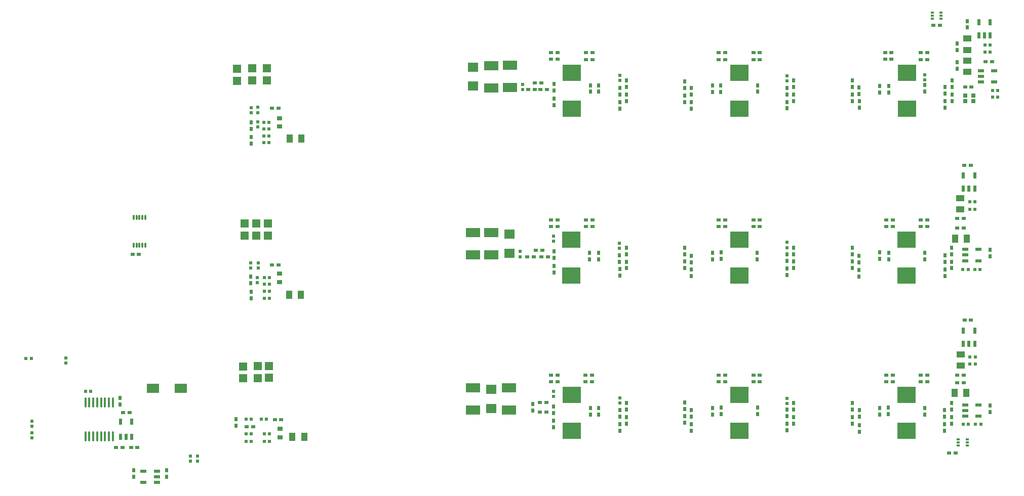
<source format=gbr>
%TF.GenerationSoftware,KiCad,Pcbnew,9.0.5*%
%TF.CreationDate,2025-10-28T20:55:24+05:00*%
%TF.ProjectId,LV08,4c563038-2e6b-4696-9361-645f70636258,rev?*%
%TF.SameCoordinates,Original*%
%TF.FileFunction,Paste,Bot*%
%TF.FilePolarity,Positive*%
%FSLAX46Y46*%
G04 Gerber Fmt 4.6, Leading zero omitted, Abs format (unit mm)*
G04 Created by KiCad (PCBNEW 9.0.5) date 2025-10-28 20:55:24*
%MOMM*%
%LPD*%
G01*
G04 APERTURE LIST*
%ADD10R,0.540005X0.790094*%
%ADD11R,0.790094X0.540005*%
%ADD12R,3.009906X2.799086*%
%ADD13R,0.540005X0.565659*%
%ADD14R,0.900000X0.800000*%
%ADD15R,2.046380X1.620015*%
%ADD16R,1.350013X1.410008*%
%ADD17R,0.565659X0.540005*%
%ADD18R,2.375997X1.506248*%
%ADD19R,0.600000X1.000000*%
%ADD20R,0.532004X1.045009*%
%ADD21R,1.727991X1.485014*%
%ADD22R,1.132537X1.377013*%
%ADD23R,0.600000X0.300000*%
%ADD24R,0.750013X0.700000*%
%ADD25R,1.045009X0.532004*%
%ADD26R,1.377013X1.132537*%
%ADD27O,0.300000X1.000000*%
%ADD28R,1.000000X0.600000*%
%ADD29O,0.343002X1.731496*%
G04 APERTURE END LIST*
D10*
%TO.C,C209*%
X216450000Y-98354915D03*
X216450000Y-99445085D03*
%TD*%
%TO.C,C140*%
X173000000Y-74590170D03*
X173000000Y-73500000D03*
%TD*%
D11*
%TO.C,C84*%
X80650000Y-72300000D03*
X81740170Y-72300000D03*
%TD*%
%TO.C,C120*%
X184459830Y-38500000D03*
X185550000Y-38500000D03*
%TD*%
D12*
%TO.C,C181*%
X182100000Y-47850000D03*
X182100000Y-41850000D03*
%TD*%
D10*
%TO.C,C109*%
X163198424Y-45504915D03*
X163198424Y-46595085D03*
%TD*%
D12*
%TO.C,C255*%
X182100000Y-101850000D03*
X182100000Y-95850000D03*
%TD*%
D13*
%TO.C,R77*%
X162100000Y-43182817D03*
X162100000Y-42317183D03*
%TD*%
D10*
%TO.C,C173*%
X185200000Y-43954915D03*
X185200000Y-45045085D03*
%TD*%
D14*
%TO.C,C16*%
X105275000Y-50875025D03*
X105275000Y-49474975D03*
%TD*%
D11*
%TO.C,C259*%
X219645085Y-93750000D03*
X218554915Y-93750000D03*
%TD*%
D10*
%TO.C,C228*%
X151050000Y-101190170D03*
X151050000Y-100100000D03*
%TD*%
D15*
%TO.C,D1*%
X84096088Y-94690602D03*
X88703912Y-94709398D03*
%TD*%
D11*
%TO.C,C237*%
X179740170Y-92500000D03*
X178650000Y-92500000D03*
%TD*%
D10*
%TO.C,C220*%
X174091600Y-101814885D03*
X174091600Y-100724715D03*
%TD*%
%TO.C,C212*%
X202184000Y-102018085D03*
X202184000Y-100927915D03*
%TD*%
%TO.C,C170*%
X157200000Y-45050000D03*
X157200000Y-43959830D03*
%TD*%
%TO.C,C253*%
X177600000Y-98000000D03*
X177600000Y-99090170D03*
%TD*%
%TO.C,C201*%
X151150000Y-71750000D03*
X151150000Y-72840170D03*
%TD*%
%TO.C,C132*%
X201000000Y-74590170D03*
X201000000Y-73500000D03*
%TD*%
D11*
%TO.C,C75*%
X81490170Y-104625000D03*
X80400000Y-104625000D03*
%TD*%
%TO.C,C192*%
X220845085Y-57350000D03*
X219754915Y-57350000D03*
%TD*%
D16*
%TO.C,C25*%
X101325000Y-67100000D03*
X101325000Y-69100000D03*
%TD*%
D10*
%TO.C,C49*%
X80900000Y-109545085D03*
X80900000Y-108454915D03*
%TD*%
%TO.C,C127*%
X217600000Y-71154915D03*
X217600000Y-72245085D03*
%TD*%
D11*
%TO.C,C152*%
X212459830Y-66550000D03*
X213550000Y-66550000D03*
%TD*%
D10*
%TO.C,C97*%
X202100000Y-45395085D03*
X202100000Y-44304915D03*
%TD*%
D16*
%TO.C,C52*%
X103479600Y-90973400D03*
X103479600Y-92973400D03*
%TD*%
D10*
%TO.C,C144*%
X162075000Y-72429915D03*
X162075000Y-73520085D03*
%TD*%
%TO.C,C174*%
X151100000Y-43750000D03*
X151100000Y-44840170D03*
%TD*%
D17*
%TO.C,R6*%
X102634366Y-50150000D03*
X103500000Y-50150000D03*
%TD*%
D10*
%TO.C,C91*%
X217650000Y-43150000D03*
X217650000Y-44240170D03*
%TD*%
D11*
%TO.C,C115*%
X207555085Y-39624000D03*
X206464915Y-39624000D03*
%TD*%
D10*
%TO.C,C33*%
X100500000Y-78550000D03*
X100500000Y-79640170D03*
%TD*%
D11*
%TO.C,C55*%
X105540170Y-100000000D03*
X104450000Y-100000000D03*
%TD*%
D18*
%TO.C,C44*%
X140600000Y-72360554D03*
X140600000Y-68639446D03*
%TD*%
D10*
%TO.C,C94*%
X216500000Y-46654915D03*
X216500000Y-47745085D03*
%TD*%
%TO.C,C82*%
X78600000Y-96350000D03*
X78600000Y-97440170D03*
%TD*%
%TO.C,C247*%
X151050000Y-98845085D03*
X151050000Y-97754915D03*
%TD*%
D11*
%TO.C,C112*%
X149940170Y-44700000D03*
X148850000Y-44700000D03*
%TD*%
D10*
%TO.C,C219*%
X190100000Y-100650000D03*
X190100000Y-101740170D03*
%TD*%
D19*
%TO.C,U18*%
X224049924Y-35600152D03*
X223100216Y-35600152D03*
X222150254Y-35600152D03*
X222150000Y-33400000D03*
X224050178Y-33400000D03*
%TD*%
D11*
%TO.C,C153*%
X207740170Y-66500000D03*
X206650000Y-66500000D03*
%TD*%
D17*
%TO.C,R96*%
X224450000Y-44800000D03*
X225315634Y-44800000D03*
%TD*%
D13*
%TO.C,R5*%
X101596300Y-50922517D03*
X101596300Y-50056883D03*
%TD*%
D10*
%TO.C,C213*%
X201000000Y-100595085D03*
X201000000Y-99504915D03*
%TD*%
D11*
%TO.C,C125*%
X151740170Y-38500000D03*
X150650000Y-38500000D03*
%TD*%
D10*
%TO.C,C107*%
X163200000Y-43159830D03*
X163200000Y-44250000D03*
%TD*%
%TO.C,C147*%
X151100000Y-75290170D03*
X151100000Y-74200000D03*
%TD*%
D11*
%TO.C,C113*%
X149040170Y-43600000D03*
X147950000Y-43600000D03*
%TD*%
D10*
%TO.C,C199*%
X207100000Y-72000000D03*
X207100000Y-73090170D03*
%TD*%
D11*
%TO.C,C160*%
X156454915Y-66500000D03*
X157545085Y-66500000D03*
%TD*%
D10*
%TO.C,C196*%
X213100000Y-73090170D03*
X213100000Y-72000000D03*
%TD*%
D17*
%TO.C,R121*%
X221550000Y-90650000D03*
X220684366Y-90650000D03*
%TD*%
D11*
%TO.C,C231*%
X148804915Y-97100000D03*
X149895085Y-97100000D03*
%TD*%
D10*
%TO.C,C177*%
X177600000Y-44000000D03*
X177600000Y-45090170D03*
%TD*%
D13*
%TO.C,R57*%
X63800000Y-102167183D03*
X63800000Y-103032817D03*
%TD*%
D17*
%TO.C,R139*%
X99667183Y-103600000D03*
X100532817Y-103600000D03*
%TD*%
D20*
%TO.C,U6*%
X80549962Y-102800013D03*
X79600000Y-102800013D03*
X78650038Y-102800013D03*
X78650038Y-100300013D03*
X80549962Y-100300013D03*
%TD*%
D10*
%TO.C,C223*%
X172950000Y-98145085D03*
X172950000Y-97054915D03*
%TD*%
%TO.C,C202*%
X177600000Y-72000000D03*
X177600000Y-73090170D03*
%TD*%
%TO.C,C203*%
X205600000Y-71950000D03*
X205600000Y-73040170D03*
%TD*%
D11*
%TO.C,C242*%
X151740170Y-92500000D03*
X150650000Y-92500000D03*
%TD*%
D10*
%TO.C,C197*%
X185100000Y-73090170D03*
X185100000Y-72000000D03*
%TD*%
D18*
%TO.C,C70*%
X143600000Y-98360554D03*
X143600000Y-94639446D03*
%TD*%
D17*
%TO.C,R95*%
X223167183Y-37200000D03*
X224032817Y-37200000D03*
%TD*%
D10*
%TO.C,C142*%
X173000000Y-72250000D03*
X173000000Y-71159830D03*
%TD*%
D11*
%TO.C,C151*%
X212459830Y-67600000D03*
X213550000Y-67600000D03*
%TD*%
D10*
%TO.C,C178*%
X158600000Y-43959830D03*
X158600000Y-45050000D03*
%TD*%
D21*
%TO.C,C42*%
X143700000Y-68907417D03*
X143700000Y-72092583D03*
%TD*%
D18*
%TO.C,C43*%
X137600000Y-72360554D03*
X137600000Y-68639446D03*
%TD*%
D11*
%TO.C,C229*%
X149895085Y-98700000D03*
X148804915Y-98700000D03*
%TD*%
%TO.C,C122*%
X179740170Y-39650000D03*
X178650000Y-39650000D03*
%TD*%
D12*
%TO.C,C257*%
X210100000Y-101850000D03*
X210100000Y-95850000D03*
%TD*%
D11*
%TO.C,C156*%
X184450000Y-66500000D03*
X185540170Y-66500000D03*
%TD*%
D22*
%TO.C,R99*%
X107400000Y-102800000D03*
X109400000Y-102800000D03*
%TD*%
D11*
%TO.C,C157*%
X179745085Y-66500000D03*
X178654915Y-66500000D03*
%TD*%
D10*
%TO.C,C230*%
X147550000Y-98445085D03*
X147550000Y-97354915D03*
%TD*%
%TO.C,C143*%
X163200000Y-71159830D03*
X163200000Y-72250000D03*
%TD*%
D17*
%TO.C,R130*%
X102684366Y-77300000D03*
X103550000Y-77300000D03*
%TD*%
D10*
%TO.C,C111*%
X151100000Y-47290170D03*
X151100000Y-46200000D03*
%TD*%
%TO.C,C99*%
X191199606Y-43159830D03*
X191199606Y-44250000D03*
%TD*%
%TO.C,C171*%
X207100000Y-45190170D03*
X207100000Y-44100000D03*
%TD*%
D16*
%TO.C,C5*%
X98150000Y-41225000D03*
X98150000Y-43225000D03*
%TD*%
D10*
%TO.C,C258*%
X224000000Y-98650000D03*
X224000000Y-97559830D03*
%TD*%
%TO.C,C227*%
X162100000Y-100750000D03*
X162100000Y-101840170D03*
%TD*%
D17*
%TO.C,R37*%
X102167183Y-99900000D03*
X103032817Y-99900000D03*
%TD*%
D10*
%TO.C,C128*%
X216500000Y-72454915D03*
X216500000Y-73545085D03*
%TD*%
D14*
%TO.C,C72*%
X105325000Y-102900025D03*
X105325000Y-101499975D03*
%TD*%
D13*
%TO.C,R76*%
X190100000Y-43215634D03*
X190100000Y-42350000D03*
%TD*%
D17*
%TO.C,R131*%
X102684366Y-78450000D03*
X103550000Y-78450000D03*
%TD*%
D12*
%TO.C,C182*%
X154100000Y-47850000D03*
X154100000Y-41850000D03*
%TD*%
D17*
%TO.C,R124*%
X222482817Y-100750000D03*
X221617183Y-100750000D03*
%TD*%
D23*
%TO.C,U10*%
X220199974Y-103300000D03*
X220199974Y-103799873D03*
X220199974Y-104300000D03*
X218700000Y-104300000D03*
X218700000Y-103799873D03*
X218700000Y-103300000D03*
%TD*%
D10*
%TO.C,C146*%
X162100000Y-74754915D03*
X162100000Y-75845085D03*
%TD*%
%TO.C,C100*%
X190050000Y-44400000D03*
X190050000Y-45490170D03*
%TD*%
D22*
%TO.C,L8*%
X220116218Y-69650000D03*
X218183782Y-69650000D03*
%TD*%
D10*
%TO.C,C92*%
X216500000Y-44254915D03*
X216500000Y-45345085D03*
%TD*%
%TO.C,C141*%
X174100000Y-73595085D03*
X174100000Y-72504915D03*
%TD*%
%TO.C,C200*%
X179100000Y-71954915D03*
X179100000Y-73045085D03*
%TD*%
D11*
%TO.C,C126*%
X151740170Y-39600000D03*
X150650000Y-39600000D03*
%TD*%
D13*
%TO.C,R92*%
X162075000Y-71282817D03*
X162075000Y-70417183D03*
%TD*%
D17*
%TO.C,R129*%
X102684366Y-76150000D03*
X103550000Y-76150000D03*
%TD*%
D11*
%TO.C,C148*%
X150112394Y-72721952D03*
X149022224Y-72721952D03*
%TD*%
D10*
%TO.C,C102*%
X190050000Y-47840170D03*
X190050000Y-46750000D03*
%TD*%
D24*
%TO.C,Y2*%
X221250000Y-46650000D03*
X219899988Y-46650000D03*
X219899988Y-45650000D03*
X221250000Y-45650000D03*
%TD*%
D10*
%TO.C,C17*%
X100500000Y-51260000D03*
X100500000Y-50169830D03*
%TD*%
D12*
%TO.C,C207*%
X210100000Y-75800000D03*
X210100000Y-69800000D03*
%TD*%
D22*
%TO.C,L10*%
X220016218Y-95450000D03*
X218083782Y-95450000D03*
%TD*%
D11*
%TO.C,C240*%
X156414745Y-93650000D03*
X157504915Y-93650000D03*
%TD*%
D17*
%TO.C,R94*%
X224032817Y-38400000D03*
X223167183Y-38400000D03*
%TD*%
D10*
%TO.C,C226*%
X163200000Y-99509830D03*
X163200000Y-100600000D03*
%TD*%
D17*
%TO.C,R132*%
X102684366Y-79600000D03*
X103550000Y-79600000D03*
%TD*%
D10*
%TO.C,C103*%
X174100000Y-47895085D03*
X174100000Y-46804915D03*
%TD*%
D17*
%TO.C,R102*%
X220617183Y-63500000D03*
X221482817Y-63500000D03*
%TD*%
D13*
%TO.C,R11*%
X91500000Y-106050000D03*
X91500000Y-106915634D03*
%TD*%
%TO.C,R91*%
X190100000Y-71132817D03*
X190100000Y-70267183D03*
%TD*%
D11*
%TO.C,C232*%
X212454915Y-93650000D03*
X213545085Y-93650000D03*
%TD*%
D16*
%TO.C,C54*%
X99175000Y-91050000D03*
X99175000Y-93050000D03*
%TD*%
D11*
%TO.C,C83*%
X79017370Y-104597200D03*
X77927200Y-104597200D03*
%TD*%
D10*
%TO.C,C251*%
X207000000Y-97954915D03*
X207000000Y-99045085D03*
%TD*%
D21*
%TO.C,C13*%
X137589987Y-40932184D03*
X137589987Y-44117350D03*
%TD*%
D10*
%TO.C,C93*%
X217650000Y-45509830D03*
X217650000Y-46600000D03*
%TD*%
%TO.C,C139*%
X174100000Y-75920085D03*
X174100000Y-74829915D03*
%TD*%
D13*
%TO.C,R100*%
X145500000Y-72665634D03*
X145500000Y-71800000D03*
%TD*%
D17*
%TO.C,R122*%
X220684366Y-89500000D03*
X221550000Y-89500000D03*
%TD*%
D10*
%TO.C,C130*%
X216500000Y-74804915D03*
X216500000Y-75895085D03*
%TD*%
D11*
%TO.C,C161*%
X151740170Y-66500000D03*
X150650000Y-66500000D03*
%TD*%
D17*
%TO.C,R104*%
X222365634Y-74850000D03*
X221500000Y-74850000D03*
%TD*%
D13*
%TO.C,R2*%
X101637341Y-48538319D03*
X101637341Y-47672685D03*
%TD*%
D14*
%TO.C,C45*%
X105283000Y-76900025D03*
X105283000Y-75499975D03*
%TD*%
D10*
%TO.C,C222*%
X174091600Y-99478085D03*
X174091600Y-98387915D03*
%TD*%
D25*
%TO.C,U3*%
X84747574Y-108600038D03*
X84747574Y-109550000D03*
X84747574Y-110499962D03*
X82452426Y-110499962D03*
X82452426Y-108600038D03*
%TD*%
D26*
%TO.C,L7*%
X219050000Y-62833782D03*
X219050000Y-64766218D03*
%TD*%
D16*
%TO.C,C26*%
X99375000Y-67100000D03*
X99375000Y-69100000D03*
%TD*%
D11*
%TO.C,C238*%
X184450000Y-92500000D03*
X185540170Y-92500000D03*
%TD*%
D10*
%TO.C,C108*%
X162150000Y-44429915D03*
X162150000Y-45520085D03*
%TD*%
D11*
%TO.C,C244*%
X220850000Y-83300000D03*
X219759830Y-83300000D03*
%TD*%
D17*
%TO.C,R9*%
X102634366Y-52450000D03*
X103500000Y-52450000D03*
%TD*%
D11*
%TO.C,C116*%
X207555085Y-38481000D03*
X206464915Y-38481000D03*
%TD*%
D16*
%TO.C,C24*%
X103300000Y-67100000D03*
X103300000Y-69100000D03*
%TD*%
D13*
%TO.C,R20*%
X100457000Y-74600817D03*
X100457000Y-73735183D03*
%TD*%
D11*
%TO.C,C6*%
X105045085Y-47800000D03*
X103954915Y-47800000D03*
%TD*%
D16*
%TO.C,C3*%
X103150000Y-41125000D03*
X103150000Y-43125000D03*
%TD*%
D10*
%TO.C,C204*%
X158600000Y-72000000D03*
X158600000Y-73090170D03*
%TD*%
D17*
%TO.C,R101*%
X221482817Y-64750000D03*
X220617183Y-64750000D03*
%TD*%
D10*
%TO.C,C137*%
X191201576Y-73489814D03*
X191201576Y-74579984D03*
%TD*%
%TO.C,C96*%
X200998030Y-46620016D03*
X200998030Y-45529846D03*
%TD*%
%TO.C,C254*%
X205600000Y-98004915D03*
X205600000Y-99095085D03*
%TD*%
%TO.C,C224*%
X163200000Y-97159830D03*
X163200000Y-98250000D03*
%TD*%
D11*
%TO.C,C195*%
X219640170Y-67850000D03*
X218550000Y-67850000D03*
%TD*%
D13*
%TO.C,R12*%
X90350000Y-106050000D03*
X90350000Y-106915634D03*
%TD*%
D10*
%TO.C,C165*%
X218500000Y-36954915D03*
X218500000Y-38045085D03*
%TD*%
D11*
%TO.C,C117*%
X212459830Y-38500000D03*
X213550000Y-38500000D03*
%TD*%
D10*
%TO.C,C48*%
X86400000Y-109545085D03*
X86400000Y-108454915D03*
%TD*%
D11*
%TO.C,C166*%
X223254915Y-40050000D03*
X224345085Y-40050000D03*
%TD*%
D27*
%TO.C,U9*%
X82826170Y-70727776D03*
X82326043Y-70727776D03*
X81826170Y-70727776D03*
X81326043Y-70727776D03*
X80826170Y-70727776D03*
X80826170Y-66127826D03*
X81326043Y-66127826D03*
X81826170Y-66127826D03*
X82326043Y-66127826D03*
X82826170Y-66127826D03*
%TD*%
D10*
%TO.C,C104*%
X172975000Y-46795085D03*
X172975000Y-45704915D03*
%TD*%
D17*
%TO.C,R138*%
X102667183Y-102300000D03*
X103532817Y-102300000D03*
%TD*%
D11*
%TO.C,C154*%
X207740170Y-67650000D03*
X206650000Y-67650000D03*
%TD*%
D13*
%TO.C,R24*%
X101550000Y-77032817D03*
X101550000Y-76167183D03*
%TD*%
D11*
%TO.C,C241*%
X156404915Y-92500000D03*
X157495085Y-92500000D03*
%TD*%
D22*
%TO.C,R98*%
X106825000Y-79025000D03*
X108825000Y-79025000D03*
%TD*%
D10*
%TO.C,C105*%
X174100000Y-45545085D03*
X174100000Y-44454915D03*
%TD*%
D17*
%TO.C,R140*%
X102667183Y-103600000D03*
X103532817Y-103600000D03*
%TD*%
D11*
%TO.C,C159*%
X156459830Y-67650000D03*
X157550000Y-67650000D03*
%TD*%
%TO.C,C118*%
X212450000Y-39650000D03*
X213540170Y-39650000D03*
%TD*%
D28*
%TO.C,U26*%
X219904934Y-99386310D03*
X219904934Y-98436602D03*
X219904934Y-97486640D03*
X222105086Y-97486386D03*
X222105086Y-99386564D03*
%TD*%
D29*
%TO.C,U8*%
X77351772Y-102781547D03*
X76701784Y-102781547D03*
X76051797Y-102781547D03*
X75401556Y-102781547D03*
X74751568Y-102781547D03*
X74101581Y-102781547D03*
X73451594Y-102781547D03*
X72801606Y-102781547D03*
X72801606Y-97050025D03*
X73451594Y-97050025D03*
X74101581Y-97050025D03*
X74751568Y-97050025D03*
X75401556Y-97050025D03*
X76051797Y-97050025D03*
X76701784Y-97050025D03*
X77351772Y-97050025D03*
%TD*%
D11*
%TO.C,C239*%
X184454915Y-93650000D03*
X185545085Y-93650000D03*
%TD*%
D10*
%TO.C,C145*%
X163200000Y-73509830D03*
X163200000Y-74600000D03*
%TD*%
D12*
%TO.C,C205*%
X154050000Y-75800000D03*
X154050000Y-69800000D03*
%TD*%
%TO.C,C256*%
X154100000Y-101850000D03*
X154100000Y-95850000D03*
%TD*%
D10*
%TO.C,C221*%
X172950000Y-100495085D03*
X172950000Y-99404915D03*
%TD*%
D13*
%TO.C,R1*%
X100472720Y-48548565D03*
X100472720Y-47682931D03*
%TD*%
D19*
%TO.C,U25*%
X221449835Y-87300000D03*
X220500127Y-87300000D03*
X219550165Y-87300000D03*
X219549911Y-85099848D03*
X221450089Y-85099848D03*
%TD*%
D13*
%TO.C,R69*%
X213100000Y-42200000D03*
X213100000Y-43065634D03*
%TD*%
D26*
%TO.C,L9*%
X219100400Y-89000582D03*
X219100400Y-90933018D03*
%TD*%
D11*
%TO.C,C150*%
X147767309Y-72721952D03*
X146677139Y-72721952D03*
%TD*%
D10*
%TO.C,C95*%
X202150000Y-47745085D03*
X202150000Y-46654915D03*
%TD*%
D12*
%TO.C,C180*%
X210150000Y-47850000D03*
X210150000Y-41850000D03*
%TD*%
D18*
%TO.C,C15*%
X140600000Y-44395610D03*
X140600000Y-40674502D03*
%TD*%
D23*
%TO.C,U11*%
X214350881Y-32825573D03*
X214350881Y-32325700D03*
X214350881Y-31825573D03*
X215850855Y-31825573D03*
X215850855Y-32325700D03*
X215850855Y-32825573D03*
%TD*%
D17*
%TO.C,R103*%
X220365634Y-74850000D03*
X219500000Y-74850000D03*
%TD*%
D16*
%TO.C,C53*%
X101600000Y-91024200D03*
X101600000Y-93024200D03*
%TD*%
D10*
%TO.C,C40*%
X100457000Y-77126085D03*
X100457000Y-76035915D03*
%TD*%
%TO.C,C134*%
X201000000Y-72245085D03*
X201000000Y-71154915D03*
%TD*%
D16*
%TO.C,C4*%
X100650000Y-41125000D03*
X100650000Y-43125000D03*
%TD*%
D10*
%TO.C,C98*%
X201000000Y-44270085D03*
X201000000Y-43179915D03*
%TD*%
%TO.C,C135*%
X191200000Y-71159830D03*
X191200000Y-72250000D03*
%TD*%
D11*
%TO.C,C121*%
X179740170Y-38500000D03*
X178650000Y-38500000D03*
%TD*%
D22*
%TO.C,R19*%
X106925000Y-52925000D03*
X108925000Y-52925000D03*
%TD*%
D10*
%TO.C,C169*%
X179000000Y-45090170D03*
X179000000Y-44000000D03*
%TD*%
D11*
%TO.C,C74*%
X79054915Y-98800000D03*
X80145085Y-98800000D03*
%TD*%
%TO.C,C124*%
X156459830Y-38500000D03*
X157550000Y-38500000D03*
%TD*%
D10*
%TO.C,C66*%
X98000000Y-99854915D03*
X98000000Y-100945085D03*
%TD*%
%TO.C,C211*%
X216450000Y-100695085D03*
X216450000Y-101785255D03*
%TD*%
%TO.C,C110*%
X162150000Y-46767183D03*
X162150000Y-47857353D03*
%TD*%
%TO.C,C216*%
X191200000Y-97154915D03*
X191200000Y-98245085D03*
%TD*%
D17*
%TO.C,R58*%
X73700000Y-95200000D03*
X72834366Y-95200000D03*
%TD*%
D10*
%TO.C,C210*%
X217600000Y-99550000D03*
X217600000Y-100640170D03*
%TD*%
D13*
%TO.C,R117*%
X190100000Y-97265634D03*
X190100000Y-96400000D03*
%TD*%
D10*
%TO.C,C101*%
X191200000Y-45500000D03*
X191200000Y-46590170D03*
%TD*%
%TO.C,C246*%
X157200000Y-99090170D03*
X157200000Y-98000000D03*
%TD*%
%TO.C,C179*%
X205600000Y-44104915D03*
X205600000Y-45195085D03*
%TD*%
%TO.C,C250*%
X185200000Y-97959830D03*
X185200000Y-99050000D03*
%TD*%
%TO.C,C133*%
X202100000Y-73645085D03*
X202100000Y-72554915D03*
%TD*%
%TO.C,C252*%
X158600000Y-98000000D03*
X158600000Y-99090170D03*
%TD*%
%TO.C,C106*%
X173000000Y-44395085D03*
X173000000Y-43304915D03*
%TD*%
D11*
%TO.C,C236*%
X179740170Y-93650000D03*
X178650000Y-93650000D03*
%TD*%
%TO.C,C235*%
X207740170Y-93650000D03*
X206650000Y-93650000D03*
%TD*%
D13*
%TO.C,R21*%
X101727000Y-74600817D03*
X101727000Y-73735183D03*
%TD*%
D26*
%TO.C,L5*%
X220200000Y-36100000D03*
X220200000Y-38032436D03*
%TD*%
D10*
%TO.C,C167*%
X218500000Y-41195085D03*
X218500000Y-40104915D03*
%TD*%
D21*
%TO.C,C69*%
X140600000Y-94907417D03*
X140600000Y-98092583D03*
%TD*%
D17*
%TO.C,R97*%
X225332817Y-45950000D03*
X224467183Y-45950000D03*
%TD*%
D10*
%TO.C,C215*%
X201000000Y-98250000D03*
X201000000Y-97159830D03*
%TD*%
D11*
%TO.C,C119*%
X184459830Y-39650000D03*
X185550000Y-39650000D03*
%TD*%
%TO.C,C67*%
X99754915Y-101150000D03*
X100845085Y-101150000D03*
%TD*%
D19*
%TO.C,U20*%
X221449835Y-61300000D03*
X220500127Y-61300000D03*
X219550165Y-61300000D03*
X219549911Y-59099848D03*
X221450089Y-59099848D03*
%TD*%
D11*
%TO.C,C149*%
X149170085Y-71575000D03*
X148079915Y-71575000D03*
%TD*%
D10*
%TO.C,C249*%
X179050000Y-97954915D03*
X179050000Y-99045085D03*
%TD*%
%TO.C,C136*%
X190100000Y-72309830D03*
X190100000Y-73400000D03*
%TD*%
D26*
%TO.C,L6*%
X220225000Y-41741218D03*
X220225000Y-39808782D03*
%TD*%
D10*
%TO.C,C138*%
X202100000Y-74879915D03*
X202100000Y-75970085D03*
%TD*%
%TO.C,C175*%
X213100000Y-43950000D03*
X213100000Y-45040170D03*
%TD*%
D13*
%TO.C,R150*%
X151050000Y-69184366D03*
X151050000Y-70050000D03*
%TD*%
D17*
%TO.C,R149*%
X63732817Y-89700000D03*
X62867183Y-89700000D03*
%TD*%
D12*
%TO.C,C206*%
X182100000Y-75800000D03*
X182100000Y-69800000D03*
%TD*%
D11*
%TO.C,C193*%
X219645085Y-66300000D03*
X218554915Y-66300000D03*
%TD*%
D13*
%TO.C,R78*%
X145900000Y-44650000D03*
X145900000Y-43784366D03*
%TD*%
D17*
%TO.C,R137*%
X99667183Y-102350000D03*
X100532817Y-102350000D03*
%TD*%
D11*
%TO.C,C245*%
X219645485Y-92506800D03*
X218555315Y-92506800D03*
%TD*%
D13*
%TO.C,R18*%
X69500000Y-90465634D03*
X69500000Y-89600000D03*
%TD*%
D10*
%TO.C,C217*%
X190100000Y-98300000D03*
X190100000Y-99390170D03*
%TD*%
D11*
%TO.C,C123*%
X156459830Y-39650000D03*
X157550000Y-39650000D03*
%TD*%
%TO.C,C243*%
X151745085Y-93650000D03*
X150654915Y-93650000D03*
%TD*%
D10*
%TO.C,C225*%
X162100000Y-98350000D03*
X162100000Y-99440170D03*
%TD*%
D17*
%TO.C,R123*%
X220432817Y-100750000D03*
X219567183Y-100750000D03*
%TD*%
D10*
%TO.C,C10*%
X100500000Y-52600000D03*
X100500000Y-53690170D03*
%TD*%
D18*
%TO.C,C71*%
X137600000Y-98360554D03*
X137600000Y-94639446D03*
%TD*%
D11*
%TO.C,C87*%
X218250000Y-105550000D03*
X217159830Y-105550000D03*
%TD*%
%TO.C,C90*%
X215650000Y-33950000D03*
X214559830Y-33950000D03*
%TD*%
%TO.C,C233*%
X212454915Y-92500000D03*
X213545085Y-92500000D03*
%TD*%
%TO.C,C28*%
X105050000Y-74050000D03*
X103959830Y-74050000D03*
%TD*%
D10*
%TO.C,C198*%
X157100000Y-73095085D03*
X157100000Y-72004915D03*
%TD*%
D13*
%TO.C,R55*%
X63800000Y-101082817D03*
X63800000Y-100217183D03*
%TD*%
D10*
%TO.C,C129*%
X217598818Y-73504915D03*
X217598818Y-74595085D03*
%TD*%
%TO.C,C131*%
X190100000Y-75740170D03*
X190100000Y-74650000D03*
%TD*%
D11*
%TO.C,C163*%
X219850000Y-44250000D03*
X220940170Y-44250000D03*
%TD*%
D28*
%TO.C,U21*%
X219900000Y-73349835D03*
X219900000Y-72400127D03*
X219900000Y-71450165D03*
X222100152Y-71449911D03*
X222100152Y-73350089D03*
%TD*%
D18*
%TO.C,C14*%
X143800000Y-44360554D03*
X143800000Y-40639446D03*
%TD*%
D11*
%TO.C,C234*%
X207740170Y-92500000D03*
X206650000Y-92500000D03*
%TD*%
D10*
%TO.C,C194*%
X224000000Y-72640170D03*
X224000000Y-71550000D03*
%TD*%
D13*
%TO.C,R118*%
X162100000Y-97200000D03*
X162100000Y-96334366D03*
%TD*%
D28*
%TO.C,U19*%
X222504934Y-43413360D03*
X222504934Y-42463652D03*
X222504934Y-41513690D03*
X224705086Y-41513436D03*
X224705086Y-43413614D03*
%TD*%
D17*
%TO.C,R36*%
X100515634Y-99900000D03*
X99650000Y-99900000D03*
%TD*%
D11*
%TO.C,C155*%
X184450000Y-67650000D03*
X185540170Y-67650000D03*
%TD*%
%TO.C,C162*%
X151745085Y-67650000D03*
X150654915Y-67650000D03*
%TD*%
%TO.C,C158*%
X179745085Y-67650000D03*
X178654915Y-67650000D03*
%TD*%
D10*
%TO.C,C164*%
X220200000Y-34295085D03*
X220200000Y-33204915D03*
%TD*%
%TO.C,C208*%
X217600000Y-97159830D03*
X217600000Y-98250000D03*
%TD*%
D17*
%TO.C,R10*%
X102634366Y-53600000D03*
X103500000Y-53600000D03*
%TD*%
D10*
%TO.C,C214*%
X202184000Y-99478085D03*
X202184000Y-98387915D03*
%TD*%
D17*
%TO.C,R7*%
X102634366Y-51300000D03*
X103500000Y-51300000D03*
%TD*%
D10*
%TO.C,C248*%
X213150000Y-99090170D03*
X213150000Y-98000000D03*
%TD*%
%TO.C,C218*%
X191200000Y-99504915D03*
X191200000Y-100595085D03*
%TD*%
D13*
%TO.C,R119*%
X151050000Y-95184366D03*
X151050000Y-96050000D03*
%TD*%
D11*
%TO.C,C114*%
X147940170Y-44700000D03*
X146850000Y-44700000D03*
%TD*%
M02*

</source>
